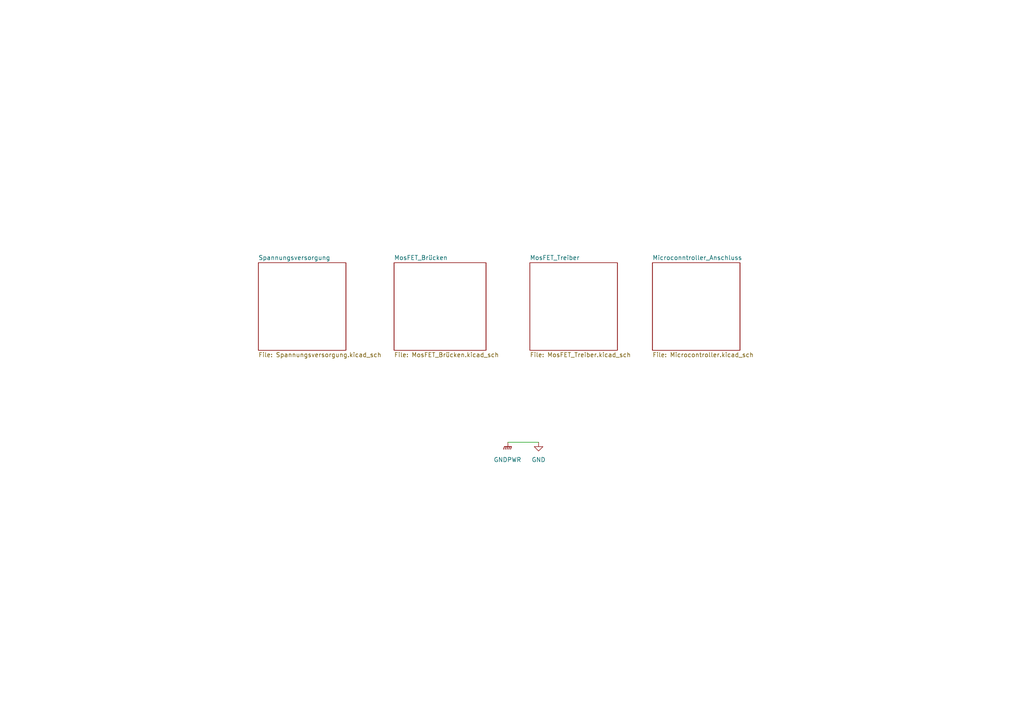
<source format=kicad_sch>
(kicad_sch (version 20230121) (generator eeschema)
  (paper "A4")
  (lib_symbols
    (symbol "power:GND" (power) (pin_names (offset 0))
      (property "Value" "GND" (at 0 -3.81 0))
      (symbol "GND_0_1"
        (polyline (pts (xy 0 0) (xy 0 -1.27) (xy 1.27 -1.27) (xy 0 -2.54) (xy -1.27 -1.27) (xy 0 -1.27)))
      )
      (symbol "GND_1_1"
        (pin power_in line (at 0 0 270) (length 0) hide (name "GND") (number "1"))
      )
    )
    (symbol "power:GNDPWR" (power) (pin_names (offset 0))
      (property "Value" "GNDPWR" (at 0 -3.302 0))
      (symbol "GNDPWR_0_1"
        (polyline (pts (xy 0 -1.27) (xy 0 0)))
        (polyline (pts (xy -1.016 -1.27) (xy -1.27 -2.032) (xy -1.27 -2.032)) (stroke (width 0.2032)))
        (polyline (pts (xy -0.508 -1.27) (xy -0.762 -2.032) (xy -0.762 -2.032)) (stroke (width 0.2032)))
        (polyline (pts (xy 0 -1.27) (xy -0.254 -2.032) (xy -0.254 -2.032)) (stroke (width 0.2032)))
        (polyline (pts (xy 0.508 -1.27) (xy 0.254 -2.032) (xy 0.254 -2.032)) (stroke (width 0.2032)))
        (polyline (pts (xy 1.016 -1.27) (xy -1.016 -1.27) (xy -1.016 -1.27)) (stroke (width 0.2032)))
        (polyline (pts (xy 1.016 -1.27) (xy 0.762 -2.032) (xy 0.762 -2.032) (xy 0.762 -2.032)) (stroke (width 0.2032)))
      )
      (symbol "GNDPWR_1_1"
        (pin power_in line (at 0 0 270) (length 0) hide (name "GNDPWR") (number "1"))
      )
    )
  )
  (wire (pts (xy 147.32 128.27) (xy 156.21 128.27)))
  (symbol (lib_id "power:GNDPWR") (at 147.32 128.27 0) (unit 1)
    (property "Reference" "#PWR06" (effects hide))
    (property "Value" "GNDPWR" (at 147.193 133.35 0))
  )
  (symbol (lib_id "power:GND") (at 156.21 128.27 0) (unit 1)
    (property "Reference" "#PWR05" (effects hide))
    (property "Value" "GND" (at 156.21 133.35 0))
  )
  (sheet (at 189.23 76.2) (size 25.4 25.4) (stroke (width 0.1524))
    (property "Sheetname" "Microconntroller_Anschluss" (at 189.23 75.4884 0) (effects (justify left bottom)))
    (property "Sheetfile" "Microcontroller.kicad_sch" (at 189.23 102.1846 0) (effects (justify left top)))
  )
  (sheet (at 153.67 76.2) (size 25.4 25.4) (stroke (width 0.1524))
    (property "Sheetname" "MosFET_Treiber" (at 153.67 75.4884 0) (effects (justify left bottom)))
    (property "Sheetfile" "MosFET_Treiber.kicad_sch" (at 153.67 102.1846 0) (effects (justify left top)))
  )
  (sheet (at 74.93 76.2) (size 25.4 25.4) (stroke (width 0.1524))
    (property "Sheetname" "Spannungsversorgung" (at 74.93 75.4884 0) (effects (justify left bottom)))
    (property "Sheetfile" "Spannungsversorgung.kicad_sch" (at 74.93 102.1846 0) (effects (justify left top)))
  )
  (sheet (at 114.3 76.2) (size 26.67 25.4) (stroke (width 0.1524))
    (property "Sheetname" "MosFET_Brücken" (at 114.3 75.4884 0) (effects (justify left bottom)))
    (property "Sheetfile" "MosFET_Brücken.kicad_sch" (at 114.3 102.1846 0) (effects (justify left top)))
  )
)
</source>
